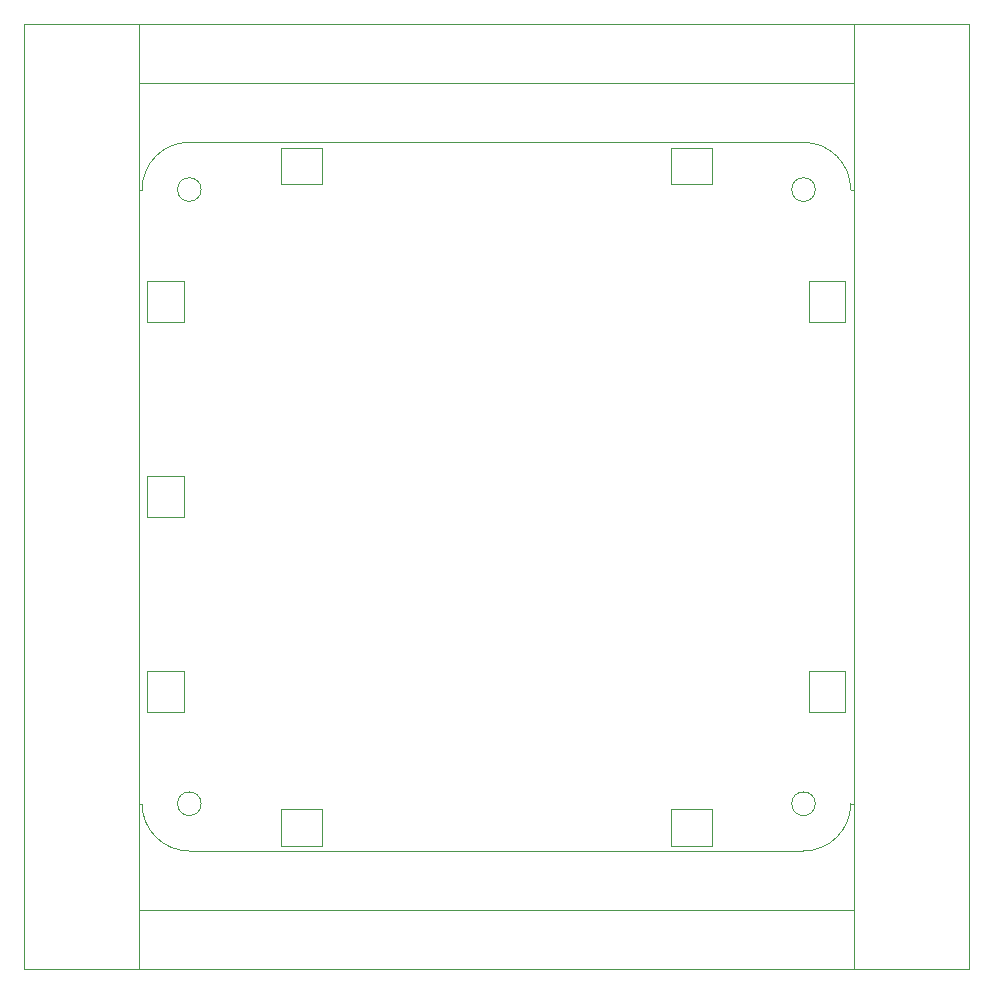
<source format=gm1>
G04 #@! TF.GenerationSoftware,KiCad,Pcbnew,(5.1.10)-1*
G04 #@! TF.CreationDate,2023-09-12T17:10:13+08:00*
G04 #@! TF.ProjectId,BusPirate-5-rev8,42757350-6972-4617-9465-2d352d726576,rev?*
G04 #@! TF.SameCoordinates,Original*
G04 #@! TF.FileFunction,Profile,NP*
%FSLAX46Y46*%
G04 Gerber Fmt 4.6, Leading zero omitted, Abs format (unit mm)*
G04 Created by KiCad (PCBNEW (5.1.10)-1) date 2023-09-12 17:10:13*
%MOMM*%
%LPD*%
G01*
G04 APERTURE LIST*
G04 #@! TA.AperFunction,Profile*
%ADD10C,0.050000*%
G04 #@! TD*
G04 APERTURE END LIST*
D10*
X89900000Y-116100000D02*
X89900000Y-130100000D01*
X89900000Y-64100000D02*
X89900000Y-116100000D01*
X89900000Y-50100000D02*
X89900000Y-64100000D01*
X144650000Y-119650000D02*
X144650000Y-119550000D01*
X144750000Y-119650000D02*
X144650000Y-119650000D01*
X148150000Y-119650000D02*
X148050000Y-119650000D01*
X148150000Y-119550000D02*
X148150000Y-119650000D01*
X148150000Y-116550000D02*
X148150000Y-116650000D01*
X148050000Y-116550000D02*
X148150000Y-116550000D01*
X144650000Y-116550000D02*
X144750000Y-116550000D01*
X144650000Y-116650000D02*
X144650000Y-116550000D01*
X111650000Y-119650000D02*
X111650000Y-119550000D01*
X111750000Y-119650000D02*
X111650000Y-119650000D01*
X115150000Y-119650000D02*
X115050000Y-119650000D01*
X115150000Y-119550000D02*
X115150000Y-119650000D01*
X115150000Y-116550000D02*
X115150000Y-116650000D01*
X115050000Y-116550000D02*
X115150000Y-116550000D01*
X111650000Y-116550000D02*
X111750000Y-116550000D01*
X111650000Y-116650000D02*
X111650000Y-116550000D01*
X100350000Y-108350000D02*
X100350000Y-108250000D01*
X100450000Y-108350000D02*
X100350000Y-108350000D01*
X103450000Y-108350000D02*
X103350000Y-108350000D01*
X103450000Y-108250000D02*
X103450000Y-108350000D01*
X100350000Y-104850000D02*
X100450000Y-104850000D01*
X100350000Y-104950000D02*
X100350000Y-104850000D01*
X103450000Y-104850000D02*
X103450000Y-104950000D01*
X103350000Y-104850000D02*
X103450000Y-104850000D01*
X100350000Y-91850000D02*
X100350000Y-91750000D01*
X100450000Y-91850000D02*
X100350000Y-91850000D01*
X103450000Y-91850000D02*
X103350000Y-91850000D01*
X103450000Y-91750000D02*
X103450000Y-91850000D01*
X103450000Y-88350000D02*
X103450000Y-88450000D01*
X103350000Y-88350000D02*
X103450000Y-88350000D01*
X100350000Y-88350000D02*
X100450000Y-88350000D01*
X100350000Y-88450000D02*
X100350000Y-88350000D01*
X100350000Y-75350000D02*
X100350000Y-75250000D01*
X100450000Y-75350000D02*
X100350000Y-75350000D01*
X103450000Y-75350000D02*
X103350000Y-75350000D01*
X103450000Y-75250000D02*
X103450000Y-75350000D01*
X103450000Y-71850000D02*
X103450000Y-71950000D01*
X103350000Y-71850000D02*
X103450000Y-71850000D01*
X100350000Y-71850000D02*
X100450000Y-71850000D01*
X100350000Y-71950000D02*
X100350000Y-71850000D01*
X156350000Y-104850000D02*
X156450000Y-104850000D01*
X156350000Y-104950000D02*
X156350000Y-104850000D01*
X156350000Y-108350000D02*
X156350000Y-108250000D01*
X156450000Y-108350000D02*
X156350000Y-108350000D01*
X159450000Y-108350000D02*
X159350000Y-108350000D01*
X159450000Y-108250000D02*
X159450000Y-108350000D01*
X159450000Y-104850000D02*
X159450000Y-104950000D01*
X159350000Y-104850000D02*
X159450000Y-104850000D01*
X156350000Y-75350000D02*
X156350000Y-75250000D01*
X156450000Y-75350000D02*
X156350000Y-75350000D01*
X159450000Y-75350000D02*
X159350000Y-75350000D01*
X159450000Y-75250000D02*
X159450000Y-75350000D01*
X156350000Y-71850000D02*
X156450000Y-71850000D01*
X156350000Y-71950000D02*
X156350000Y-71850000D01*
X159450000Y-71850000D02*
X159450000Y-71950000D01*
X159350000Y-71850000D02*
X159450000Y-71850000D01*
X111650000Y-63650000D02*
X111650000Y-63550000D01*
X111750000Y-63650000D02*
X111650000Y-63650000D01*
X115150000Y-63650000D02*
X115050000Y-63650000D01*
X115150000Y-63550000D02*
X115150000Y-63650000D01*
X115150000Y-60550000D02*
X115150000Y-60650000D01*
X115050000Y-60550000D02*
X115150000Y-60550000D01*
X111650000Y-60550000D02*
X111650000Y-60650000D01*
X111750000Y-60550000D02*
X111650000Y-60550000D01*
X144650000Y-63650000D02*
X144750000Y-63650000D01*
X144650000Y-63550000D02*
X144650000Y-63650000D01*
X148150000Y-63650000D02*
X148050000Y-63650000D01*
X148150000Y-63550000D02*
X148150000Y-63650000D01*
X144650000Y-60550000D02*
X144650000Y-60650000D01*
X148150000Y-60550000D02*
X148150000Y-60650000D01*
X148050000Y-60550000D02*
X148150000Y-60550000D01*
X99650000Y-125100000D02*
X160150000Y-125100000D01*
X160150000Y-50100000D02*
X160150000Y-130100000D01*
X89900000Y-130100000D02*
X169900000Y-130100000D01*
X169900000Y-116100000D02*
X169900000Y-130100000D01*
X169900000Y-50100000D02*
X169900000Y-64100000D01*
X99650000Y-55100000D02*
X160150000Y-55100000D01*
X89900000Y-50100000D02*
X169900000Y-50100000D01*
X159900000Y-116100000D02*
X160150000Y-116100000D01*
X159900000Y-64100000D02*
X160150000Y-64100000D01*
X99650000Y-116100000D02*
X99900000Y-116100000D01*
X99650000Y-64100000D02*
X99900000Y-64100000D01*
X169900000Y-64100000D02*
X169900000Y-116100000D01*
X103350000Y-108350000D02*
X100450000Y-108350000D01*
X103350000Y-104850000D02*
X100450000Y-104850000D01*
X103450000Y-104950000D02*
X103450000Y-108250000D01*
X100350000Y-104950000D02*
X100350000Y-108250000D01*
X103350000Y-91850000D02*
X100450000Y-91850000D01*
X103350000Y-88350000D02*
X100450000Y-88350000D01*
X100350000Y-88450000D02*
X100350000Y-91750000D01*
X103450000Y-88450000D02*
X103450000Y-91750000D01*
X103350000Y-75350000D02*
X100450000Y-75350000D01*
X103350000Y-71850000D02*
X100450000Y-71850000D01*
X103450000Y-71950000D02*
X103450000Y-75250000D01*
X100350000Y-71950000D02*
X100350000Y-75250000D01*
X111650000Y-116650000D02*
X111650000Y-119550000D01*
X115150000Y-116650000D02*
X115150000Y-119550000D01*
X115050000Y-116550000D02*
X111750000Y-116550000D01*
X115050000Y-119650000D02*
X111750000Y-119650000D01*
X144650000Y-116650000D02*
X144650000Y-119550000D01*
X148150000Y-116650000D02*
X148150000Y-119550000D01*
X148050000Y-116550000D02*
X144750000Y-116550000D01*
X148050000Y-119650000D02*
X144750000Y-119650000D01*
X111650000Y-60650000D02*
X111650000Y-63550000D01*
X115150000Y-60650000D02*
X115150000Y-63550000D01*
X115050000Y-63650000D02*
X111750000Y-63650000D01*
X115050000Y-60550000D02*
X111750000Y-60550000D01*
X144650000Y-60650000D02*
X144650000Y-63550000D01*
X148150000Y-60650000D02*
X148150000Y-63550000D01*
X148050000Y-60550000D02*
X144650000Y-60550000D01*
X148050000Y-63650000D02*
X144750000Y-63650000D01*
X159350000Y-108350000D02*
X156450000Y-108350000D01*
X159350000Y-104850000D02*
X156450000Y-104850000D01*
X159450000Y-104950000D02*
X159450000Y-108250000D01*
X156350000Y-104950000D02*
X156350000Y-108250000D01*
X159350000Y-75350000D02*
X156450000Y-75350000D01*
X159350000Y-71850000D02*
X156450000Y-71850000D01*
X156350000Y-71950000D02*
X156350000Y-75250000D01*
X159450000Y-71950000D02*
X159450000Y-75250000D01*
X104900000Y-64100000D02*
G75*
G03*
X104900000Y-64100000I-1000000J0D01*
G01*
X103900000Y-120100000D02*
G75*
G02*
X99900000Y-116100000I0J4000000D01*
G01*
X159900000Y-116100000D02*
G75*
G02*
X155900000Y-120100000I-4000000J0D01*
G01*
X155900000Y-60100000D02*
G75*
G02*
X159900000Y-64100000I0J-4000000D01*
G01*
X104900000Y-116100000D02*
G75*
G03*
X104900000Y-116100000I-1000000J0D01*
G01*
X156900000Y-116100000D02*
G75*
G03*
X156900000Y-116100000I-1000000J0D01*
G01*
X156900000Y-64100000D02*
G75*
G03*
X156900000Y-64100000I-1000000J0D01*
G01*
X99900000Y-64100000D02*
G75*
G02*
X103900000Y-60100000I4000000J0D01*
G01*
X99650000Y-50100000D02*
X99650000Y-130100000D01*
X103900000Y-120100000D02*
X155900000Y-120100000D01*
X155900000Y-60100000D02*
X103900000Y-60100000D01*
M02*

</source>
